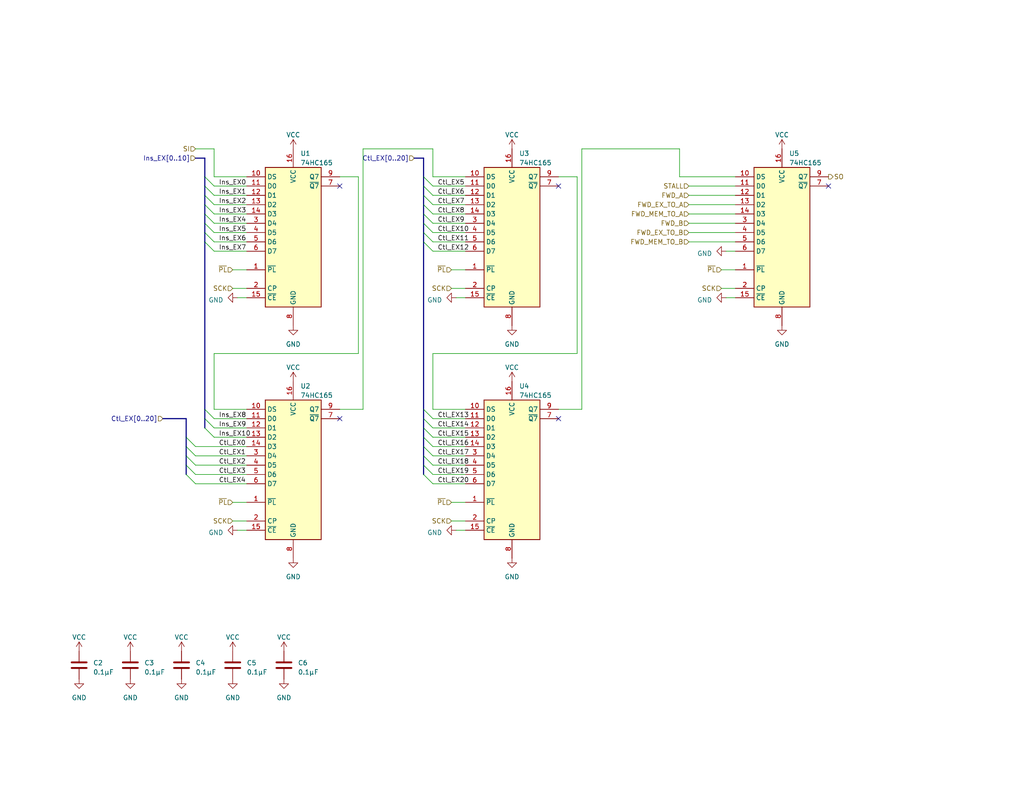
<source format=kicad_sch>
(kicad_sch (version 20230121) (generator eeschema)
  (paper "USLetter")
  (title_block (date "2023-04-07") (rev "A"))
  (lib_symbols
    (symbol "74xx:74HC165"
      (property "Reference" "U" (at -7.62 19.05 0))
      (property "Value" "74HC165" (at -7.62 -21.59 0))
      (symbol "74HC165_1_0"
        (pin input line (at -12.7 -10.16 0) (length 5.08) (name "~{PL}") (number "1"))
        (pin input line (at -12.7 15.24 0) (length 5.08) (name "DS") (number "10"))
        (pin input line (at -12.7 12.7 0) (length 5.08) (name "D0") (number "11"))
        (pin input line (at -12.7 10.16 0) (length 5.08) (name "D1") (number "12"))
        (pin input line (at -12.7 7.62 0) (length 5.08) (name "D2") (number "13"))
        (pin input line (at -12.7 5.08 0) (length 5.08) (name "D3") (number "14"))
        (pin input line (at -12.7 -17.78 0) (length 5.08) (name "~{CE}") (number "15"))
        (pin power_in line (at 0 22.86 270) (length 5.08) (name "VCC") (number "16"))
        (pin input line (at -12.7 -15.24 0) (length 5.08) (name "CP") (number "2"))
        (pin input line (at -12.7 2.54 0) (length 5.08) (name "D4") (number "3"))
        (pin input line (at -12.7 0 0) (length 5.08) (name "D5") (number "4"))
        (pin input line (at -12.7 -2.54 0) (length 5.08) (name "D6") (number "5"))
        (pin input line (at -12.7 -5.08 0) (length 5.08) (name "D7") (number "6"))
        (pin output line (at 12.7 12.7 180) (length 5.08) (name "~{Q7}") (number "7"))
        (pin power_in line (at 0 -25.4 90) (length 5.08) (name "GND") (number "8"))
        (pin output line (at 12.7 15.24 180) (length 5.08) (name "Q7") (number "9"))
      )
      (symbol "74HC165_1_1"
        (rectangle (start -7.62 17.78) (end 7.62 -20.32) (stroke (width 0.254)) (fill (type background)))
      )
    )
    (symbol "Device:C" (pin_numbers hide) (pin_names (offset 0.254))
      (property "Reference" "C" (at 0.635 2.54 0))
      (property "Value" "C" (at 0.635 -2.54 0))
      (symbol "C_0_1"
        (polyline (pts (xy -2.032 -0.762) (xy 2.032 -0.762)) (stroke (width 0.508)))
        (polyline (pts (xy -2.032 0.762) (xy 2.032 0.762)) (stroke (width 0.508)))
      )
      (symbol "C_1_1"
        (pin passive line (at 0 3.81 270) (length 2.794) (name "~") (number "1"))
        (pin passive line (at 0 -3.81 90) (length 2.794) (name "~") (number "2"))
      )
    )
    (symbol "power:GND" (power) (pin_names (offset 0))
      (property "Value" "GND" (at 0 -3.81 0))
      (symbol "GND_0_1"
        (polyline (pts (xy 0 0) (xy 0 -1.27) (xy 1.27 -1.27) (xy 0 -2.54) (xy -1.27 -1.27) (xy 0 -1.27)))
      )
      (symbol "GND_1_1"
        (pin power_in line (at 0 0 270) (length 0) hide (name "GND") (number "1"))
      )
    )
    (symbol "power:VCC" (power) (pin_names (offset 0))
      (property "Value" "VCC" (at 0 3.81 0))
      (symbol "VCC_0_1"
        (polyline (pts (xy -0.762 1.27) (xy 0 2.54)))
        (polyline (pts (xy 0 0) (xy 0 2.54)))
        (polyline (pts (xy 0 2.54) (xy 0.762 1.27)))
      )
      (symbol "VCC_1_1"
        (pin power_in line (at 0 0 90) (length 0) hide (name "VCC") (number "1"))
      )
    )
  )
  (no_connect (at 152.4 50.8))
  (no_connect (at 226.06 50.8))
  (no_connect (at 92.71 114.3))
  (no_connect (at 92.71 50.8))
  (no_connect (at 152.4 114.3))
  (bus_entry (at 115.57 48.26) (size 2.54 2.54))
  (bus_entry (at 115.57 121.92) (size 2.54 2.54))
  (bus_entry (at 115.57 114.3) (size 2.54 2.54))
  (bus_entry (at 115.57 66.04) (size 2.54 2.54))
  (bus_entry (at 55.88 53.34) (size 2.54 2.54))
  (bus_entry (at 115.57 111.76) (size 2.54 2.54))
  (bus_entry (at 50.8 121.92) (size 2.54 2.54))
  (bus_entry (at 115.57 63.5) (size 2.54 2.54))
  (bus_entry (at 55.88 116.84) (size 2.54 2.54))
  (bus_entry (at 55.88 63.5) (size 2.54 2.54))
  (bus_entry (at 115.57 55.88) (size 2.54 2.54))
  (bus_entry (at 50.8 124.46) (size 2.54 2.54))
  (bus_entry (at 55.88 48.26) (size 2.54 2.54))
  (bus_entry (at 115.57 127) (size 2.54 2.54))
  (bus_entry (at 55.88 60.96) (size 2.54 2.54))
  (bus_entry (at 115.57 116.84) (size 2.54 2.54))
  (bus_entry (at 55.88 114.3) (size 2.54 2.54))
  (bus_entry (at 55.88 111.76) (size 2.54 2.54))
  (bus_entry (at 115.57 124.46) (size 2.54 2.54))
  (bus_entry (at 115.57 119.38) (size 2.54 2.54))
  (bus_entry (at 50.8 119.38) (size 2.54 2.54))
  (bus_entry (at 55.88 58.42) (size 2.54 2.54))
  (bus_entry (at 55.88 50.8) (size 2.54 2.54))
  (bus_entry (at 115.57 50.8) (size 2.54 2.54))
  (bus_entry (at 115.57 58.42) (size 2.54 2.54))
  (bus_entry (at 115.57 129.54) (size 2.54 2.54))
  (bus_entry (at 115.57 60.96) (size 2.54 2.54))
  (bus_entry (at 50.8 129.54) (size 2.54 2.54))
  (bus_entry (at 115.57 53.34) (size 2.54 2.54))
  (bus_entry (at 55.88 55.88) (size 2.54 2.54))
  (bus_entry (at 55.88 66.04) (size 2.54 2.54))
  (bus_entry (at 50.8 127) (size 2.54 2.54))
  (bus (pts (xy 55.88 48.26) (xy 55.88 50.8)))
  (wire (pts (xy 187.96 50.8) (xy 200.66 50.8)))
  (wire (pts (xy 118.11 119.38) (xy 127 119.38)))
  (wire (pts (xy 118.11 55.88) (xy 127 55.88)))
  (bus (pts (xy 55.88 50.8) (xy 55.88 53.34)))
  (wire (pts (xy 187.96 63.5) (xy 200.66 63.5)))
  (wire (pts (xy 118.11 132.08) (xy 127 132.08)))
  (bus (pts (xy 115.57 60.96) (xy 115.57 63.5)))
  (wire (pts (xy 64.77 144.78) (xy 67.31 144.78)))
  (bus (pts (xy 55.88 114.3) (xy 55.88 116.84)))
  (wire (pts (xy 63.5 142.24) (xy 67.31 142.24)))
  (wire (pts (xy 58.42 50.8) (xy 67.31 50.8)))
  (wire (pts (xy 118.11 96.52) (xy 118.11 111.76)))
  (wire (pts (xy 58.42 48.26) (xy 67.31 48.26)))
  (bus (pts (xy 55.88 58.42) (xy 55.88 60.96)))
  (wire (pts (xy 53.34 132.08) (xy 67.31 132.08)))
  (bus (pts (xy 50.8 124.46) (xy 50.8 127)))
  (bus (pts (xy 55.88 66.04) (xy 55.88 111.76)))
  (wire (pts (xy 63.5 137.16) (xy 67.31 137.16)))
  (bus (pts (xy 115.57 58.42) (xy 115.57 60.96)))
  (bus (pts (xy 50.8 114.3) (xy 50.8 119.38)))
  (wire (pts (xy 58.42 96.52) (xy 58.42 111.76)))
  (bus (pts (xy 115.57 53.34) (xy 115.57 55.88)))
  (bus (pts (xy 115.57 121.92) (xy 115.57 124.46)))
  (wire (pts (xy 58.42 116.84) (xy 67.31 116.84)))
  (wire (pts (xy 187.96 53.34) (xy 200.66 53.34)))
  (wire (pts (xy 157.48 96.52) (xy 118.11 96.52)))
  (wire (pts (xy 187.96 55.88) (xy 200.66 55.88)))
  (bus (pts (xy 44.45 114.3) (xy 50.8 114.3)))
  (bus (pts (xy 115.57 116.84) (xy 115.57 119.38)))
  (wire (pts (xy 58.42 40.64) (xy 58.42 48.26)))
  (wire (pts (xy 127 48.26) (xy 118.11 48.26)))
  (wire (pts (xy 152.4 48.26) (xy 157.48 48.26)))
  (wire (pts (xy 118.11 127) (xy 127 127)))
  (wire (pts (xy 196.85 78.74) (xy 200.66 78.74)))
  (wire (pts (xy 118.11 114.3) (xy 127 114.3)))
  (wire (pts (xy 53.34 40.64) (xy 58.42 40.64)))
  (bus (pts (xy 115.57 119.38) (xy 115.57 121.92)))
  (bus (pts (xy 50.8 121.92) (xy 50.8 124.46)))
  (bus (pts (xy 55.88 43.18) (xy 55.88 48.26)))
  (wire (pts (xy 118.11 48.26) (xy 118.11 40.64)))
  (wire (pts (xy 99.06 40.64) (xy 99.06 111.76)))
  (wire (pts (xy 187.96 60.96) (xy 200.66 60.96)))
  (wire (pts (xy 58.42 60.96) (xy 67.31 60.96)))
  (bus (pts (xy 55.88 111.76) (xy 55.88 114.3)))
  (wire (pts (xy 118.11 63.5) (xy 127 63.5)))
  (wire (pts (xy 99.06 111.76) (xy 92.71 111.76)))
  (wire (pts (xy 63.5 78.74) (xy 67.31 78.74)))
  (bus (pts (xy 115.57 127) (xy 115.57 129.54)))
  (wire (pts (xy 196.85 73.66) (xy 200.66 73.66)))
  (wire (pts (xy 58.42 53.34) (xy 67.31 53.34)))
  (wire (pts (xy 187.96 58.42) (xy 200.66 58.42)))
  (wire (pts (xy 53.34 124.46) (xy 67.31 124.46)))
  (wire (pts (xy 123.19 73.66) (xy 127 73.66)))
  (bus (pts (xy 55.88 63.5) (xy 55.88 66.04)))
  (wire (pts (xy 64.77 81.28) (xy 67.31 81.28)))
  (wire (pts (xy 58.42 114.3) (xy 67.31 114.3)))
  (wire (pts (xy 118.11 60.96) (xy 127 60.96)))
  (wire (pts (xy 118.11 53.34) (xy 127 53.34)))
  (wire (pts (xy 53.34 129.54) (xy 67.31 129.54)))
  (wire (pts (xy 92.71 48.26) (xy 97.79 48.26)))
  (wire (pts (xy 118.11 124.46) (xy 127 124.46)))
  (wire (pts (xy 97.79 96.52) (xy 58.42 96.52)))
  (wire (pts (xy 118.11 66.04) (xy 127 66.04)))
  (bus (pts (xy 115.57 111.76) (xy 115.57 114.3)))
  (wire (pts (xy 152.4 111.76) (xy 158.75 111.76)))
  (bus (pts (xy 115.57 114.3) (xy 115.57 116.84)))
  (bus (pts (xy 115.57 55.88) (xy 115.57 58.42)))
  (wire (pts (xy 58.42 66.04) (xy 67.31 66.04)))
  (wire (pts (xy 123.19 78.74) (xy 127 78.74)))
  (wire (pts (xy 118.11 129.54) (xy 127 129.54)))
  (wire (pts (xy 118.11 40.64) (xy 99.06 40.64)))
  (wire (pts (xy 198.12 68.58) (xy 200.66 68.58)))
  (bus (pts (xy 53.34 43.18) (xy 55.88 43.18)))
  (wire (pts (xy 118.11 50.8) (xy 127 50.8)))
  (wire (pts (xy 53.34 121.92) (xy 67.31 121.92)))
  (bus (pts (xy 50.8 127) (xy 50.8 129.54)))
  (bus (pts (xy 113.03 43.18) (xy 115.57 43.18)))
  (wire (pts (xy 58.42 55.88) (xy 67.31 55.88)))
  (wire (pts (xy 58.42 68.58) (xy 67.31 68.58)))
  (bus (pts (xy 115.57 124.46) (xy 115.57 127)))
  (wire (pts (xy 63.5 73.66) (xy 67.31 73.66)))
  (wire (pts (xy 58.42 63.5) (xy 67.31 63.5)))
  (wire (pts (xy 53.34 127) (xy 67.31 127)))
  (wire (pts (xy 157.48 48.26) (xy 157.48 96.52)))
  (wire (pts (xy 158.75 40.64) (xy 185.42 40.64)))
  (wire (pts (xy 118.11 68.58) (xy 127 68.58)))
  (wire (pts (xy 158.75 111.76) (xy 158.75 40.64)))
  (bus (pts (xy 55.88 53.34) (xy 55.88 55.88)))
  (bus (pts (xy 50.8 119.38) (xy 50.8 121.92)))
  (wire (pts (xy 58.42 119.38) (xy 67.31 119.38)))
  (wire (pts (xy 97.79 48.26) (xy 97.79 96.52)))
  (wire (pts (xy 124.46 81.28) (xy 127 81.28)))
  (bus (pts (xy 115.57 48.26) (xy 115.57 50.8)))
  (wire (pts (xy 118.11 116.84) (xy 127 116.84)))
  (wire (pts (xy 185.42 40.64) (xy 185.42 48.26)))
  (bus (pts (xy 115.57 50.8) (xy 115.57 53.34)))
  (wire (pts (xy 198.12 81.28) (xy 200.66 81.28)))
  (wire (pts (xy 124.46 144.78) (xy 127 144.78)))
  (bus (pts (xy 115.57 66.04) (xy 115.57 111.76)))
  (wire (pts (xy 123.19 137.16) (xy 127 137.16)))
  (wire (pts (xy 58.42 111.76) (xy 67.31 111.76)))
  (wire (pts (xy 187.96 66.04) (xy 200.66 66.04)))
  (wire (pts (xy 118.11 111.76) (xy 127 111.76)))
  (wire (pts (xy 118.11 121.92) (xy 127 121.92)))
  (wire (pts (xy 58.42 58.42) (xy 67.31 58.42)))
  (bus (pts (xy 115.57 43.18) (xy 115.57 48.26)))
  (bus (pts (xy 115.57 63.5) (xy 115.57 66.04)))
  (bus (pts (xy 55.88 55.88) (xy 55.88 58.42)))
  (wire (pts (xy 185.42 48.26) (xy 200.66 48.26)))
  (bus (pts (xy 55.88 60.96) (xy 55.88 63.5)))
  (wire (pts (xy 118.11 58.42) (xy 127 58.42)))
  (wire (pts (xy 123.19 142.24) (xy 127 142.24)))
  (label "Ctl_EX5" (at 119.38 50.8 0))
  (label "Ins_EX0" (at 59.69 50.8 0))
  (label "Ctl_EX6" (at 119.38 53.34 0))
  (label "Ctl_EX1" (at 59.69 124.46 0))
  (label "Ctl_EX12" (at 119.38 68.58 0))
  (label "Ins_EX4" (at 59.69 60.96 0))
  (label "Ins_EX1" (at 59.69 53.34 0))
  (label "Ctl_EX9" (at 119.38 60.96 0))
  (label "Ctl_EX20" (at 119.38 132.08 0))
  (label "Ins_EX5" (at 59.69 63.5 0))
  (label "Ctl_EX4" (at 59.69 132.08 0))
  (label "Ins_EX2" (at 59.69 55.88 0))
  (label "Ins_EX6" (at 59.69 66.04 0))
  (label "Ctl_EX0" (at 59.69 121.92 0))
  (label "Ctl_EX3" (at 59.69 129.54 0))
  (label "Ins_EX10" (at 59.69 119.38 0))
  (label "Ins_EX9" (at 59.69 116.84 0))
  (label "Ins_EX7" (at 59.69 68.58 0))
  (label "Ctl_EX2" (at 59.69 127 0))
  (label "Ctl_EX18" (at 119.38 127 0))
  (label "Ctl_EX7" (at 119.38 55.88 0))
  (label "Ctl_EX15" (at 119.38 119.38 0))
  (label "Ctl_EX11" (at 119.38 66.04 0))
  (label "Ctl_EX19" (at 119.38 129.54 0))
  (label "Ins_EX3" (at 59.69 58.42 0))
  (label "Ctl_EX8" (at 119.38 58.42 0))
  (label "Ins_EX8" (at 59.69 114.3 0))
  (label "Ctl_EX10" (at 119.38 63.5 0))
  (label "Ctl_EX17" (at 119.38 124.46 0))
  (label "Ctl_EX13" (at 119.38 114.3 0))
  (label "Ctl_EX14" (at 119.38 116.84 0))
  (label "Ctl_EX16" (at 119.38 121.92 0))
  (hierarchical_label "SCK" (shape input) (at 196.85 78.74 180))
  (hierarchical_label "SO" (shape output) (at 226.06 48.26 0))
  (hierarchical_label "SCK" (shape input) (at 123.19 142.24 180))
  (hierarchical_label "FWD_MEM_TO_B" (shape input) (at 187.96 66.04 180))
  (hierarchical_label "Ctl_EX[0..20]" (shape input) (at 113.03 43.18 180))
  (hierarchical_label "~{PL}" (shape input) (at 123.19 73.66 180))
  (hierarchical_label "FWD_EX_TO_B" (shape input) (at 187.96 63.5 180))
  (hierarchical_label "FWD_A" (shape input) (at 187.96 53.34 180))
  (hierarchical_label "Ins_EX[0..10]" (shape input) (at 53.34 43.18 180))
  (hierarchical_label "~{PL}" (shape input) (at 63.5 137.16 180))
  (hierarchical_label "SCK" (shape input) (at 123.19 78.74 180))
  (hierarchical_label "~{PL}" (shape input) (at 123.19 137.16 180))
  (hierarchical_label "~{PL}" (shape input) (at 63.5 73.66 180))
  (hierarchical_label "STALL" (shape input) (at 187.96 50.8 180))
  (hierarchical_label "SCK" (shape input) (at 63.5 78.74 180))
  (hierarchical_label "~{PL}" (shape input) (at 196.85 73.66 180))
  (hierarchical_label "SCK" (shape input) (at 63.5 142.24 180))
  (hierarchical_label "FWD_B" (shape input) (at 187.96 60.96 180))
  (hierarchical_label "SI" (shape input) (at 53.34 40.64 180))
  (hierarchical_label "Ctl_EX[0..20]" (shape input) (at 44.45 114.3 180))
  (hierarchical_label "FWD_MEM_TO_A" (shape input) (at 187.96 58.42 180))
  (hierarchical_label "FWD_EX_TO_A" (shape input) (at 187.96 55.88 180))
  (symbol (lib_id "power:GND") (at 35.56 185.42 0) (unit 1)
    (property "Reference" "#PWR014" (effects hide))
    (property "Value" "GND" (at 35.56 190.5 0))
  )
  (symbol (lib_id "power:VCC") (at 80.01 104.14 0) (unit 1)
    (property "Reference" "#PWR025" (effects hide))
    (property "Value" "VCC" (at 80.01 100.33 0))
  )
  (symbol (lib_id "power:GND") (at 21.59 185.42 0) (unit 1)
    (property "Reference" "#PWR012" (effects hide))
    (property "Value" "GND" (at 21.59 190.5 0))
  )
  (symbol (lib_id "power:VCC") (at 213.36 40.64 0) (unit 1)
    (property "Reference" "#PWR035" (effects hide))
    (property "Value" "VCC" (at 213.36 36.83 0))
  )
  (symbol (lib_id "power:GND") (at 64.77 144.78 270) (unit 1)
    (property "Reference" "#PWR020" (effects hide))
    (property "Value" "GND" (at 60.96 145.415 90) (effects (justify right)))
  )
  (symbol (lib_id "power:GND") (at 198.12 68.58 270) (unit 1)
    (property "Reference" "#PWR033" (effects hide))
    (property "Value" "GND" (at 194.31 69.215 90) (effects (justify right)))
  )
  (symbol (lib_id "power:VCC") (at 21.59 177.8 0) (unit 1)
    (property "Reference" "#PWR011" (effects hide))
    (property "Value" "VCC" (at 21.59 173.99 0))
  )
  (symbol (lib_id "Device:C") (at 63.5 181.61 0) (unit 1)
    (property "Reference" "C5" (at 67.31 180.975 0) (effects (justify left)))
    (property "Value" "0.1µF" (at 67.31 183.515 0) (effects (justify left)))
    (property "Footprint" "Capacitor_SMD:C_0603_1608Metric" (effects hide))
    (property "Mouser" "https://www.mouser.com/ProductDetail/963-EMK107B7104KAHT" (effects hide))
  )
  (symbol (lib_id "Device:C") (at 77.47 181.61 0) (unit 1)
    (property "Reference" "C6" (at 81.28 180.975 0) (effects (justify left)))
    (property "Value" "0.1µF" (at 81.28 183.515 0) (effects (justify left)))
    (property "Footprint" "Capacitor_SMD:C_0603_1608Metric" (effects hide))
    (property "Mouser" "https://www.mouser.com/ProductDetail/963-EMK107B7104KAHT" (effects hide))
  )
  (symbol (lib_id "power:GND") (at 64.77 81.28 270) (unit 1)
    (property "Reference" "#PWR019" (effects hide))
    (property "Value" "GND" (at 60.96 81.915 90) (effects (justify right)))
  )
  (symbol (lib_id "power:VCC") (at 139.7 40.64 0) (unit 1)
    (property "Reference" "#PWR029" (effects hide))
    (property "Value" "VCC" (at 139.7 36.83 0))
  )
  (symbol (lib_id "Device:C") (at 35.56 181.61 0) (unit 1)
    (property "Reference" "C3" (at 39.37 180.975 0) (effects (justify left)))
    (property "Value" "0.1µF" (at 39.37 183.515 0) (effects (justify left)))
    (property "Footprint" "Capacitor_SMD:C_0603_1608Metric" (effects hide))
    (property "Mouser" "https://www.mouser.com/ProductDetail/963-EMK107B7104KAHT" (effects hide))
  )
  (symbol (lib_id "power:GND") (at 139.7 88.9 0) (unit 1)
    (property "Reference" "#PWR030" (effects hide))
    (property "Value" "GND" (at 139.7 93.98 0))
  )
  (symbol (lib_id "power:GND") (at 49.53 185.42 0) (unit 1)
    (property "Reference" "#PWR016" (effects hide))
    (property "Value" "GND" (at 49.53 190.5 0))
  )
  (symbol (lib_id "power:GND") (at 139.7 152.4 0) (unit 1)
    (property "Reference" "#PWR032" (effects hide))
    (property "Value" "GND" (at 139.7 157.48 0))
  )
  (symbol (lib_id "power:VCC") (at 49.53 177.8 0) (unit 1)
    (property "Reference" "#PWR015" (effects hide))
    (property "Value" "VCC" (at 49.53 173.99 0))
  )
  (symbol (lib_id "power:GND") (at 80.01 152.4 0) (unit 1)
    (property "Reference" "#PWR026" (effects hide))
    (property "Value" "GND" (at 80.01 157.48 0))
  )
  (symbol (lib_id "power:GND") (at 213.36 88.9 0) (unit 1)
    (property "Reference" "#PWR036" (effects hide))
    (property "Value" "GND" (at 213.36 93.98 0))
  )
  (symbol (lib_id "power:VCC") (at 77.47 177.8 0) (unit 1)
    (property "Reference" "#PWR021" (effects hide))
    (property "Value" "VCC" (at 77.47 173.99 0))
  )
  (symbol (lib_id "74xx:74HC165") (at 213.36 63.5 0) (unit 1)
    (property "Reference" "U5" (at 215.3159 41.91 0) (effects (justify left)))
    (property "Value" "74HC165" (at 215.3159 44.45 0) (effects (justify left)))
    (property "Footprint" "Package_SO:TSSOP-16_4.4x5mm_P0.65mm" (effects hide))
    (property "Datasheet" "https://assets.nexperia.com/documents/data-sheet/74HC_HCT165.pdf" (effects hide))
  )
  (symbol (lib_id "power:GND") (at 124.46 81.28 270) (unit 1)
    (property "Reference" "#PWR027" (effects hide))
    (property "Value" "GND" (at 120.65 81.915 90) (effects (justify right)))
  )
  (symbol (lib_id "74xx:74HC165") (at 139.7 127 0) (unit 1)
    (property "Reference" "U4" (at 141.6559 105.41 0) (effects (justify left)))
    (property "Value" "74HC165" (at 141.6559 107.95 0) (effects (justify left)))
    (property "Footprint" "Package_SO:TSSOP-16_4.4x5mm_P0.65mm" (effects hide))
    (property "Datasheet" "https://assets.nexperia.com/documents/data-sheet/74HC_HCT165.pdf" (effects hide))
  )
  (symbol (lib_id "74xx:74HC165") (at 139.7 63.5 0) (unit 1)
    (property "Reference" "U3" (at 141.6559 41.91 0) (effects (justify left)))
    (property "Value" "74HC165" (at 141.6559 44.45 0) (effects (justify left)))
    (property "Footprint" "Package_SO:TSSOP-16_4.4x5mm_P0.65mm" (effects hide))
    (property "Datasheet" "https://assets.nexperia.com/documents/data-sheet/74HC_HCT165.pdf" (effects hide))
  )
  (symbol (lib_id "74xx:74HC165") (at 80.01 63.5 0) (unit 1)
    (property "Reference" "U1" (at 81.9659 41.91 0) (effects (justify left)))
    (property "Value" "74HC165" (at 81.9659 44.45 0) (effects (justify left)))
    (property "Footprint" "Package_SO:TSSOP-16_4.4x5mm_P0.65mm" (effects hide))
    (property "Datasheet" "https://assets.nexperia.com/documents/data-sheet/74HC_HCT165.pdf" (effects hide))
  )
  (symbol (lib_id "power:GND") (at 77.47 185.42 0) (unit 1)
    (property "Reference" "#PWR022" (effects hide))
    (property "Value" "GND" (at 77.47 190.5 0))
  )
  (symbol (lib_id "power:GND") (at 63.5 185.42 0) (unit 1)
    (property "Reference" "#PWR018" (effects hide))
    (property "Value" "GND" (at 63.5 190.5 0))
  )
  (symbol (lib_id "Device:C") (at 49.53 181.61 0) (unit 1)
    (property "Reference" "C4" (at 53.34 180.975 0) (effects (justify left)))
    (property "Value" "0.1µF" (at 53.34 183.515 0) (effects (justify left)))
    (property "Footprint" "Capacitor_SMD:C_0603_1608Metric" (effects hide))
    (property "Mouser" "https://www.mouser.com/ProductDetail/963-EMK107B7104KAHT" (effects hide))
  )
  (symbol (lib_id "power:GND") (at 124.46 144.78 270) (unit 1)
    (property "Reference" "#PWR028" (effects hide))
    (property "Value" "GND" (at 120.65 145.415 90) (effects (justify right)))
  )
  (symbol (lib_id "Device:C") (at 21.59 181.61 0) (unit 1)
    (property "Reference" "C2" (at 25.4 180.975 0) (effects (justify left)))
    (property "Value" "0.1µF" (at 25.4 183.515 0) (effects (justify left)))
    (property "Footprint" "Capacitor_SMD:C_0603_1608Metric" (effects hide))
    (property "Mouser" "https://www.mouser.com/ProductDetail/963-EMK107B7104KAHT" (effects hide))
  )
  (symbol (lib_id "power:VCC") (at 139.7 104.14 0) (unit 1)
    (property "Reference" "#PWR031" (effects hide))
    (property "Value" "VCC" (at 139.7 100.33 0))
  )
  (symbol (lib_id "power:VCC") (at 80.01 40.64 0) (unit 1)
    (property "Reference" "#PWR023" (effects hide))
    (property "Value" "VCC" (at 80.01 36.83 0))
  )
  (symbol (lib_id "74xx:74HC165") (at 80.01 127 0) (unit 1)
    (property "Reference" "U2" (at 81.9659 105.41 0) (effects (justify left)))
    (property "Value" "74HC165" (at 81.9659 107.95 0) (effects (justify left)))
    (property "Footprint" "Package_SO:TSSOP-16_4.4x5mm_P0.65mm" (effects hide))
    (property "Datasheet" "https://assets.nexperia.com/documents/data-sheet/74HC_HCT165.pdf" (effects hide))
  )
  (symbol (lib_id "power:VCC") (at 63.5 177.8 0) (unit 1)
    (property "Reference" "#PWR017" (effects hide))
    (property "Value" "VCC" (at 63.5 173.99 0))
  )
  (symbol (lib_id "power:VCC") (at 35.56 177.8 0) (unit 1)
    (property "Reference" "#PWR013" (effects hide))
    (property "Value" "VCC" (at 35.56 173.99 0))
  )
  (symbol (lib_id "power:GND") (at 198.12 81.28 270) (unit 1)
    (property "Reference" "#PWR034" (effects hide))
    (property "Value" "GND" (at 194.31 81.915 90) (effects (justify right)))
  )
  (symbol (lib_id "power:GND") (at 80.01 88.9 0) (unit 1)
    (property "Reference" "#PWR024" (effects hide))
    (property "Value" "GND" (at 80.01 93.98 0))
  )
)
</source>
